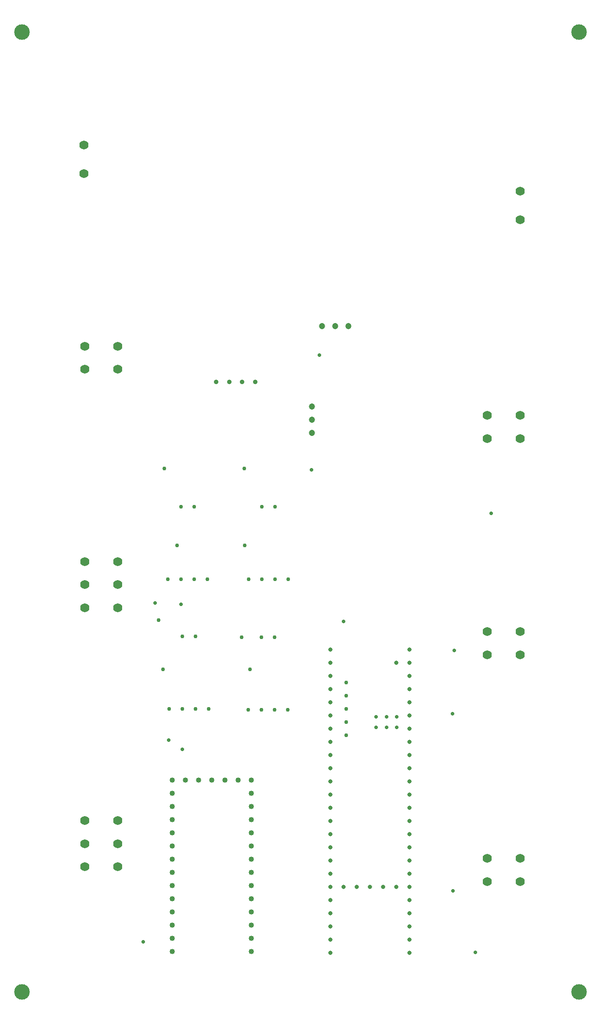
<source format=gbr>
%TF.GenerationSoftware,Altium Limited,Altium Designer,25.2.1 (25)*%
G04 Layer_Color=0*
%FSLAX45Y45*%
%MOMM*%
%TF.SameCoordinates,6585156F-8495-42E5-8F81-0BAA5ABAD194*%
%TF.FilePolarity,Positive*%
%TF.FileFunction,Plated,1,4,PTH,Drill*%
%TF.Part,Single*%
G01*
G75*
%TA.AperFunction,OtherDrill,Pad Free-10 (58.039mm,98.298mm)*%
%ADD75C,0.76200*%
%TA.AperFunction,OtherDrill,Pad Free-9 (74.041mm,94.996mm)*%
%ADD76C,0.76200*%
%TA.AperFunction,OtherDrill,Pad Free-8 (75.692mm,88.773mm)*%
%ADD77C,0.76200*%
%TA.AperFunction,OtherDrill,Pad Free-7 (58.928mm,88.773mm)*%
%ADD78C,0.76200*%
%TA.AperFunction,OtherDrill,Pad Free-6 (74.612mm,112.649mm)*%
%ADD79C,0.76200*%
%TA.AperFunction,OtherDrill,Pad Free-5 (61.595mm,112.649mm)*%
%ADD80C,0.76200*%
%TA.AperFunction,OtherDrill,Pad Free-4 (74.549mm,127.508mm)*%
%ADD81C,0.76200*%
%TA.AperFunction,OtherDrill,Pad Free-3 (59.182mm,127.508mm)*%
%ADD82C,0.76200*%
%TA.AperFunction,OtherDrill,Pad Free-2 (31.75mm,26.67mm)*%
%ADD83C,3.00000*%
%TA.AperFunction,OtherDrill,Pad Free-2 (139.065mm,26.67mm)*%
%ADD84C,3.00000*%
%TA.AperFunction,OtherDrill,Pad Free-2 (139.065mm,211.582mm)*%
%ADD85C,3.00000*%
%TA.AperFunction,OtherDrill,Pad Free-2 (31.75mm,211.582mm)*%
%ADD86C,3.00000*%
%TA.AperFunction,ComponentDrill*%
%ADD87C,0.90000*%
%ADD88C,1.20000*%
%ADD89C,1.76000*%
%ADD90C,1.02000*%
%ADD91C,0.80000*%
%ADD92C,0.75000*%
%ADD93C,0.70000*%
%ADD94C,0.76200*%
%ADD95C,1.20000*%
%TA.AperFunction,ViaDrill,NotFilled*%
%ADD96C,0.71120*%
D75*
X5803900Y9829800D02*
D03*
D76*
X7404100Y9499600D02*
D03*
D77*
X7569200Y8877300D02*
D03*
D78*
X5892800D02*
D03*
D79*
X7461250Y11264900D02*
D03*
D80*
X6159500D02*
D03*
D81*
X7454900Y12750800D02*
D03*
D82*
X5918200D02*
D03*
D83*
X3175000Y2667000D02*
D03*
D84*
X13906500D02*
D03*
D85*
Y21158200D02*
D03*
D86*
X3175000D02*
D03*
D87*
X6916800Y14414500D02*
D03*
X7166800D02*
D03*
X7416800D02*
D03*
X7666800D02*
D03*
D88*
X9461500Y15494000D02*
D03*
X9207500D02*
D03*
X8953500D02*
D03*
D89*
X12775800Y4794000D02*
D03*
Y5239000D02*
D03*
X12140800Y4794000D02*
D03*
Y5239000D02*
D03*
X12775800Y9162800D02*
D03*
Y9607800D02*
D03*
X12140800Y9162800D02*
D03*
Y9607800D02*
D03*
X12775800Y13328400D02*
D03*
Y13773399D02*
D03*
X12140800Y13328400D02*
D03*
Y13773399D02*
D03*
X4381900Y10955400D02*
D03*
Y10065400D02*
D03*
X5016900Y10955400D02*
D03*
Y10510400D02*
D03*
Y10065400D02*
D03*
X4381900Y10510400D02*
D03*
X4369200Y18980099D02*
D03*
Y18434100D02*
D03*
X12775800Y17545100D02*
D03*
Y18091100D02*
D03*
X4381900Y15106900D02*
D03*
Y14661900D02*
D03*
X5016900Y15106900D02*
D03*
Y14661900D02*
D03*
X4381900Y5519300D02*
D03*
X5016900Y5074300D02*
D03*
Y5519300D02*
D03*
Y5964300D02*
D03*
X4381900Y5074300D02*
D03*
Y5964300D02*
D03*
D90*
X7594600Y6743700D02*
D03*
Y6489700D02*
D03*
Y6235700D02*
D03*
Y5981700D02*
D03*
Y5727700D02*
D03*
Y5473700D02*
D03*
Y5219700D02*
D03*
Y4965700D02*
D03*
Y4711700D02*
D03*
Y4457700D02*
D03*
Y4203700D02*
D03*
Y3949700D02*
D03*
Y3695700D02*
D03*
Y3441700D02*
D03*
X6070600Y6743700D02*
D03*
Y6489700D02*
D03*
Y6235700D02*
D03*
Y5981700D02*
D03*
Y5727700D02*
D03*
Y5473700D02*
D03*
Y5219700D02*
D03*
Y4965700D02*
D03*
Y4711700D02*
D03*
Y4457700D02*
D03*
Y4203700D02*
D03*
Y3949700D02*
D03*
Y3695700D02*
D03*
Y3441700D02*
D03*
X7340600Y6743700D02*
D03*
X7086600D02*
D03*
X6832600D02*
D03*
X6578600D02*
D03*
X6324600D02*
D03*
D91*
X10642600Y5448300D02*
D03*
Y5194300D02*
D03*
Y4940300D02*
D03*
Y4686300D02*
D03*
Y4432300D02*
D03*
Y4178300D02*
D03*
Y3924300D02*
D03*
Y3670300D02*
D03*
Y3416300D02*
D03*
X9118600D02*
D03*
Y3670300D02*
D03*
Y3924300D02*
D03*
Y4178300D02*
D03*
Y4432300D02*
D03*
Y4686300D02*
D03*
Y4940300D02*
D03*
Y5194300D02*
D03*
Y5448300D02*
D03*
X10642600Y9258300D02*
D03*
Y9004300D02*
D03*
Y8750300D02*
D03*
Y8496300D02*
D03*
Y8242300D02*
D03*
Y7988300D02*
D03*
Y7734300D02*
D03*
Y7480300D02*
D03*
Y7226300D02*
D03*
Y6972300D02*
D03*
Y6718300D02*
D03*
Y6464300D02*
D03*
Y6210300D02*
D03*
Y5956300D02*
D03*
X9118600Y5702300D02*
D03*
Y5956300D02*
D03*
Y6210300D02*
D03*
Y6464300D02*
D03*
Y6718300D02*
D03*
Y6972300D02*
D03*
Y7226300D02*
D03*
Y7480300D02*
D03*
Y7734300D02*
D03*
Y7988300D02*
D03*
Y8242300D02*
D03*
Y8496300D02*
D03*
Y8750300D02*
D03*
X10642600Y5702300D02*
D03*
X10134600Y4686300D02*
D03*
X10388600Y9004300D02*
D03*
Y4686300D02*
D03*
X9880600D02*
D03*
X9626600D02*
D03*
X9372600D02*
D03*
X9118600Y9004300D02*
D03*
Y9258300D02*
D03*
D92*
X9423600Y7607300D02*
D03*
Y7861300D02*
D03*
Y8115300D02*
D03*
Y8369300D02*
D03*
Y8623300D02*
D03*
D93*
X9997600Y7961300D02*
D03*
X10197600D02*
D03*
X9997600Y7761300D02*
D03*
X10197600D02*
D03*
X10397600Y7961300D02*
D03*
Y7761300D02*
D03*
D94*
X8305800Y10617200D02*
D03*
X8051800D02*
D03*
X7797800D02*
D03*
X7543800D02*
D03*
X7797800Y12014200D02*
D03*
X8051800D02*
D03*
X6743700Y10617200D02*
D03*
X6489700D02*
D03*
X6235700D02*
D03*
X5981700D02*
D03*
X6235700Y12014200D02*
D03*
X6489700D02*
D03*
X6769100Y8115300D02*
D03*
X6515100D02*
D03*
X6261100D02*
D03*
X6007100D02*
D03*
X6261100Y9512300D02*
D03*
X6515100D02*
D03*
X8293100Y8102600D02*
D03*
X8039100D02*
D03*
X7785100D02*
D03*
X7531100D02*
D03*
X7785100Y9499600D02*
D03*
X8039100D02*
D03*
D95*
X8757300Y13436600D02*
D03*
Y13690601D02*
D03*
Y13944600D02*
D03*
D96*
X6261100Y7340600D02*
D03*
X5998449Y7518400D02*
D03*
X6235700Y10134600D02*
D03*
X5740400Y10160000D02*
D03*
X5511800Y3632200D02*
D03*
X11468100Y8026400D02*
D03*
X11506200Y9245600D02*
D03*
X11912600Y3429000D02*
D03*
X11480800Y4610100D02*
D03*
X12217400Y11887200D02*
D03*
X8750300Y12725400D02*
D03*
X8902700Y14935201D02*
D03*
X9372600Y9804400D02*
D03*
%TF.MD5,2a4f4b3eee378353687fa9e031555693*%
M02*

</source>
